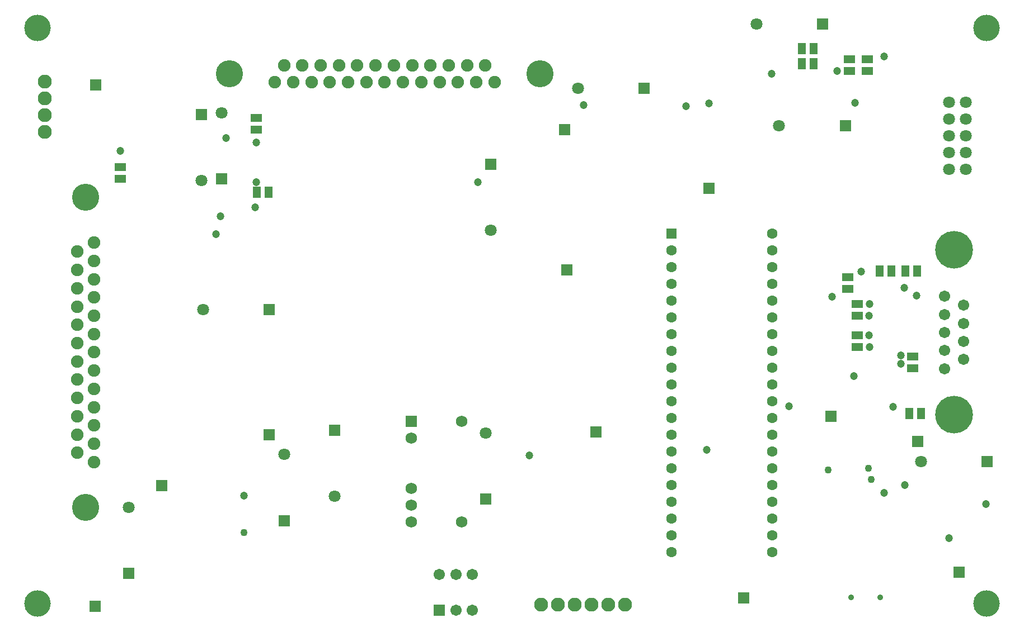
<source format=gbs>
G04*
G04 #@! TF.GenerationSoftware,Altium Limited,Altium Designer,18.0.12 (696)*
G04*
G04 Layer_Color=0*
%FSLAX44Y44*%
%MOMM*%
G71*
G01*
G75*
%ADD24R,1.6540X1.3040*%
%ADD25R,1.3040X1.6540*%
%ADD45R,1.8040X1.8040*%
%ADD46C,2.1040*%
%ADD47C,1.7040*%
%ADD48R,1.7040X1.7040*%
%ADD49C,5.7040*%
%ADD50R,1.7280X1.7280*%
%ADD51C,1.7280*%
%ADD52C,4.1040*%
%ADD53C,1.9040*%
%ADD54C,1.8040*%
%ADD55C,0.9000*%
%ADD56R,1.8040X1.8040*%
%ADD57C,1.6040*%
%ADD58R,1.6040X1.6040*%
%ADD59C,4.0040*%
%ADD60C,1.1040*%
%ADD61C,1.2040*%
D24*
X572500Y985500D02*
D03*
Y967500D02*
D03*
X367500Y910500D02*
D03*
Y892500D02*
D03*
X1468000Y726000D02*
D03*
Y744000D02*
D03*
X1482000Y638000D02*
D03*
Y656000D02*
D03*
X1566000Y624000D02*
D03*
Y606000D02*
D03*
X1482000Y685000D02*
D03*
Y703000D02*
D03*
X1497500Y1074000D02*
D03*
Y1056000D02*
D03*
X1470000Y1074000D02*
D03*
Y1056000D02*
D03*
D25*
X1534000Y753000D02*
D03*
X1516000D02*
D03*
X591500Y872500D02*
D03*
X573500D02*
D03*
X1398500Y1067500D02*
D03*
X1416500D02*
D03*
X1398500Y1090000D02*
D03*
X1416500D02*
D03*
X1561000Y537000D02*
D03*
X1579000D02*
D03*
X1555000Y753000D02*
D03*
X1573000D02*
D03*
D45*
X1258164Y878688D02*
D03*
X330000Y1035000D02*
D03*
X430000Y428000D02*
D03*
X691000Y512000D02*
D03*
X615000Y375000D02*
D03*
X380000Y295000D02*
D03*
X920000Y407500D02*
D03*
X520000Y892700D02*
D03*
X927500Y915000D02*
D03*
X490000Y990000D02*
D03*
X329000Y245000D02*
D03*
X1043000Y755000D02*
D03*
X1039000Y967000D02*
D03*
X1636000Y297000D02*
D03*
X1087000Y509000D02*
D03*
X592000Y505000D02*
D03*
X1310000Y258000D02*
D03*
X1442000Y533000D02*
D03*
X1574000Y495000D02*
D03*
D46*
X252500Y964200D02*
D03*
Y989600D02*
D03*
Y1015000D02*
D03*
Y1040400D02*
D03*
X1131000Y247500D02*
D03*
X1105600D02*
D03*
X1080200D02*
D03*
X1054800D02*
D03*
X1029400D02*
D03*
X1004000D02*
D03*
D47*
X900000Y239000D02*
D03*
X900000Y293000D02*
D03*
X875000D02*
D03*
Y239000D02*
D03*
X850000Y293000D02*
D03*
X1643000Y646400D02*
D03*
X1614552Y714900D02*
D03*
Y687500D02*
D03*
Y660100D02*
D03*
Y632700D02*
D03*
Y605300D02*
D03*
X1643000Y619000D02*
D03*
Y673800D02*
D03*
Y701200D02*
D03*
D48*
X850000Y239000D02*
D03*
D49*
X1628776Y535150D02*
D03*
Y785050D02*
D03*
D50*
X807000Y525600D02*
D03*
D51*
Y500200D02*
D03*
Y424000D02*
D03*
Y398600D02*
D03*
Y373200D02*
D03*
X883200D02*
D03*
Y525600D02*
D03*
D52*
X315000Y865200D02*
D03*
Y394800D02*
D03*
X531950Y1052300D02*
D03*
X1002350D02*
D03*
D53*
X327700Y796200D02*
D03*
Y768500D02*
D03*
Y740800D02*
D03*
Y713100D02*
D03*
Y685400D02*
D03*
Y657700D02*
D03*
Y630000D02*
D03*
Y602300D02*
D03*
Y574600D02*
D03*
Y546900D02*
D03*
Y519200D02*
D03*
Y491500D02*
D03*
Y463800D02*
D03*
X302300Y782350D02*
D03*
Y754650D02*
D03*
Y726950D02*
D03*
Y699250D02*
D03*
Y671550D02*
D03*
Y643850D02*
D03*
Y616150D02*
D03*
Y588450D02*
D03*
Y560750D02*
D03*
Y533050D02*
D03*
Y505350D02*
D03*
Y477650D02*
D03*
X933350Y1039600D02*
D03*
X905650D02*
D03*
X877950D02*
D03*
X850250D02*
D03*
X822550D02*
D03*
X794850D02*
D03*
X767150D02*
D03*
X739450D02*
D03*
X711750D02*
D03*
X684050D02*
D03*
X656350D02*
D03*
X628650D02*
D03*
X600950D02*
D03*
X919500Y1065000D02*
D03*
X891800D02*
D03*
X864100D02*
D03*
X836400D02*
D03*
X808700D02*
D03*
X781000D02*
D03*
X753300D02*
D03*
X725600D02*
D03*
X697900D02*
D03*
X670200D02*
D03*
X642500D02*
D03*
X614800D02*
D03*
D54*
X1646474Y1008624D02*
D03*
X1621074D02*
D03*
X1646474Y983224D02*
D03*
X1621074D02*
D03*
X1646474Y957824D02*
D03*
X1621074D02*
D03*
Y932424D02*
D03*
X1646474D02*
D03*
X1621074Y907024D02*
D03*
X1646474D02*
D03*
X691000Y412000D02*
D03*
X492500Y695000D02*
D03*
X615000Y475000D02*
D03*
X380000Y395000D02*
D03*
X920000Y507500D02*
D03*
X1579000Y464000D02*
D03*
X520000Y992700D02*
D03*
X1364000Y973000D02*
D03*
X1330000Y1127500D02*
D03*
X927500Y815000D02*
D03*
X1060000Y1030000D02*
D03*
X490000Y890000D02*
D03*
D55*
X1473000Y259000D02*
D03*
X1517000D02*
D03*
D56*
X592500Y695000D02*
D03*
X1679000Y464000D02*
D03*
X1464000Y973000D02*
D03*
X1430000Y1127500D02*
D03*
X1160000Y1030000D02*
D03*
D57*
X1353400Y784600D02*
D03*
Y327400D02*
D03*
Y352800D02*
D03*
Y378200D02*
D03*
Y403600D02*
D03*
Y429000D02*
D03*
Y454400D02*
D03*
Y479800D02*
D03*
Y505200D02*
D03*
Y530600D02*
D03*
Y556000D02*
D03*
Y581400D02*
D03*
Y606800D02*
D03*
Y632200D02*
D03*
Y657600D02*
D03*
Y683000D02*
D03*
Y708400D02*
D03*
Y733800D02*
D03*
Y759200D02*
D03*
X1201000Y784600D02*
D03*
Y759200D02*
D03*
Y733800D02*
D03*
Y708400D02*
D03*
Y683000D02*
D03*
Y657600D02*
D03*
Y632200D02*
D03*
Y606800D02*
D03*
Y581400D02*
D03*
Y556000D02*
D03*
Y530600D02*
D03*
Y505200D02*
D03*
Y479800D02*
D03*
Y454400D02*
D03*
Y429000D02*
D03*
Y403600D02*
D03*
Y378200D02*
D03*
Y352800D02*
D03*
Y327400D02*
D03*
X1353400Y810000D02*
D03*
D58*
X1201000D02*
D03*
D59*
X242000Y1121000D02*
D03*
Y249000D02*
D03*
X1678000D02*
D03*
Y1121000D02*
D03*
D60*
X1498750Y454250D02*
D03*
X1503000Y437250D02*
D03*
X554000Y357250D02*
D03*
X1438500Y451750D02*
D03*
D61*
X1523000Y417000D02*
D03*
Y1078250D02*
D03*
X518250Y836500D02*
D03*
X572518Y948036D02*
D03*
X1068500Y1004500D02*
D03*
X1223000Y1003000D02*
D03*
X571000Y850000D02*
D03*
X512000Y809000D02*
D03*
X986000Y474000D02*
D03*
X554000Y413000D02*
D03*
X367500Y935000D02*
D03*
X572500Y887500D02*
D03*
X527500Y955000D02*
D03*
X1257500Y1007500D02*
D03*
X1488000Y752000D02*
D03*
X1353000Y1052000D02*
D03*
X1536000Y547000D02*
D03*
X1548000Y612700D02*
D03*
Y625000D02*
D03*
X1572000Y716000D02*
D03*
X1553000Y728000D02*
D03*
X1477000Y594000D02*
D03*
X1501000Y703000D02*
D03*
X1500000Y685000D02*
D03*
X1500000Y656000D02*
D03*
X1501000Y638000D02*
D03*
X1379000Y548000D02*
D03*
X1254000Y482000D02*
D03*
X1444000Y714000D02*
D03*
X1554160Y429160D02*
D03*
X1677000Y400000D02*
D03*
X1621200Y348200D02*
D03*
X908000Y888000D02*
D03*
X1479000Y1007800D02*
D03*
X1452000Y1056000D02*
D03*
M02*

</source>
